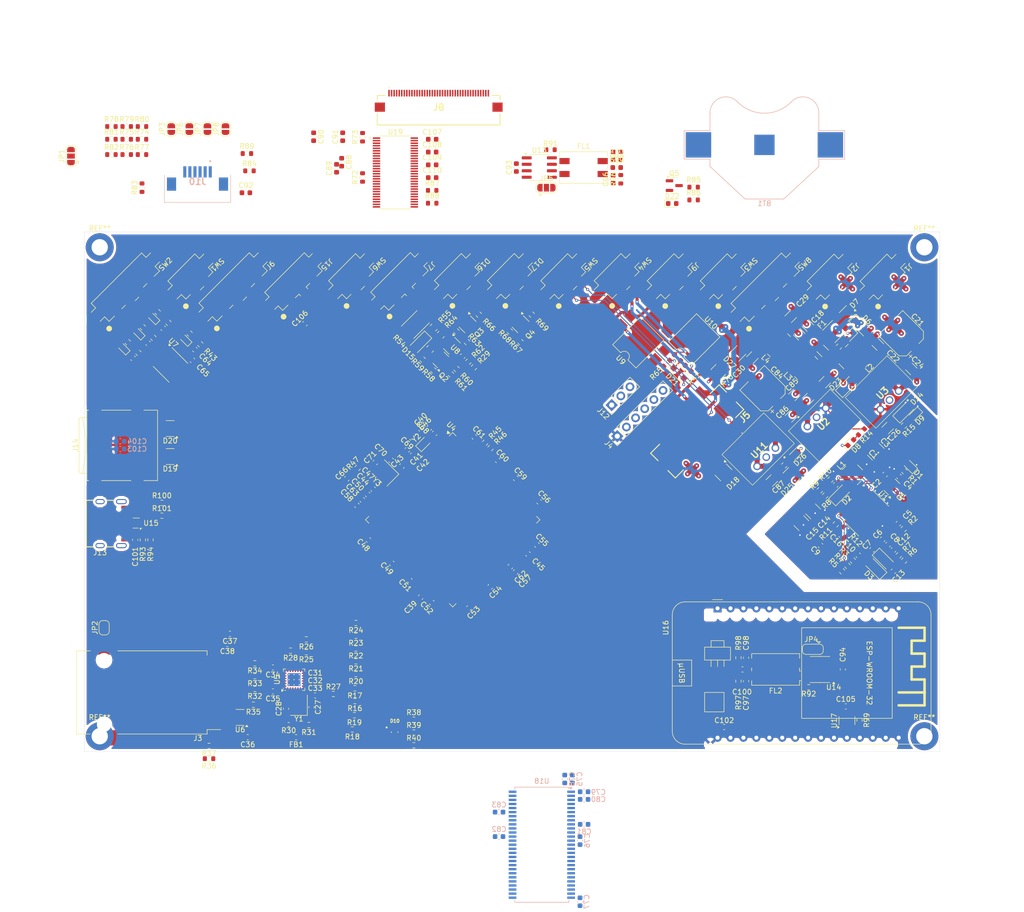
<source format=kicad_pcb>
(kicad_pcb
	(version 20241229)
	(generator "pcbnew")
	(generator_version "9.0")
	(general
		(thickness 1.6)
		(legacy_teardrops no)
	)
	(paper "A4")
	(layers
		(0 "F.Cu" signal)
		(4 "In1.Cu" power)
		(6 "In2.Cu" power)
		(2 "B.Cu" signal)
		(9 "F.Adhes" user "F.Adhesive")
		(11 "B.Adhes" user "B.Adhesive")
		(13 "F.Paste" user)
		(15 "B.Paste" user)
		(5 "F.SilkS" user "F.Silkscreen")
		(7 "B.SilkS" user "B.Silkscreen")
		(1 "F.Mask" user)
		(3 "B.Mask" user)
		(17 "Dwgs.User" user "User.Drawings")
		(19 "Cmts.User" user "User.Comments")
		(21 "Eco1.User" user "User.Eco1")
		(23 "Eco2.User" user "User.Eco2")
		(25 "Edge.Cuts" user)
		(27 "Margin" user)
		(31 "F.CrtYd" user "F.Courtyard")
		(29 "B.CrtYd" user "B.Courtyard")
		(35 "F.Fab" user)
		(33 "B.Fab" user)
		(39 "User.1" user)
		(41 "User.2" user)
		(43 "User.3" user)
		(45 "User.4" user)
		(47 "User.5" user)
		(49 "User.6" user)
		(51 "User.7" user)
		(53 "User.8" user)
		(55 "User.9" user)
	)
	(setup
		(stackup
			(layer "F.SilkS"
				(type "Top Silk Screen")
			)
			(layer "F.Paste"
				(type "Top Solder Paste")
			)
			(layer "F.Mask"
				(type "Top Solder Mask")
				(thickness 0.01)
			)
			(layer "F.Cu"
				(type "copper")
				(thickness 0.035)
			)
			(layer "dielectric 1"
				(type "prepreg")
				(thickness 0.1)
				(material "FR4")
				(epsilon_r 4.5)
				(loss_tangent 0.02)
			)
			(layer "In1.Cu"
				(type "copper")
				(thickness 0.035)
			)
			(layer "dielectric 2"
				(type "core")
				(thickness 1.24)
				(material "FR4")
				(epsilon_r 4.5)
				(loss_tangent 0.02)
			)
			(layer "In2.Cu"
				(type "copper")
				(thickness 0.035)
			)
			(layer "dielectric 3"
				(type "prepreg")
				(thickness 0.1)
				(material "FR4")
				(epsilon_r 4.5)
				(loss_tangent 0.02)
			)
			(layer "B.Cu"
				(type "copper")
				(thickness 0.035)
			)
			(layer "B.Mask"
				(type "Bottom Solder Mask")
				(thickness 0.01)
			)
			(layer "B.Paste"
				(type "Bottom Solder Paste")
			)
			(layer "B.SilkS"
				(type "Bottom Silk Screen")
			)
			(copper_finish "None")
			(dielectric_constraints no)
		)
		(pad_to_mask_clearance 0)
		(allow_soldermask_bridges_in_footprints no)
		(tenting front back)
		(pcbplotparams
			(layerselection 0x00000000_00000000_55555555_5755f5ff)
			(plot_on_all_layers_selection 0x00000000_00000000_00000000_00000000)
			(disableapertmacros no)
			(usegerberextensions no)
			(usegerberattributes yes)
			(usegerberadvancedattributes yes)
			(creategerberjobfile yes)
			(dashed_line_dash_ratio 12.000000)
			(dashed_line_gap_ratio 3.000000)
			(svgprecision 4)
			(plotframeref no)
			(mode 1)
			(useauxorigin no)
			(hpglpennumber 1)
			(hpglpenspeed 20)
			(hpglpendiameter 15.000000)
			(pdf_front_fp_property_popups yes)
			(pdf_back_fp_property_popups yes)
			(pdf_metadata yes)
			(pdf_single_document no)
			(dxfpolygonmode yes)
			(dxfimperialunits yes)
			(dxfusepcbnewfont yes)
			(psnegative no)
			(psa4output no)
			(plot_black_and_white yes)
			(sketchpadsonfab no)
			(plotpadnumbers no)
			(hidednponfab no)
			(sketchdnponfab yes)
			(crossoutdnponfab yes)
			(subtractmaskfromsilk no)
			(outputformat 1)
			(mirror no)
			(drillshape 1)
			(scaleselection 1)
			(outputdirectory "")
		)
	)
	(net 0 "")
	(net 1 "+3V3_FER")
	(net 2 "Earth")
	(net 3 "/Ethernet/LED_G")
	(net 4 "/Ethernet/LED_Y")
	(net 5 "GND")
	(net 6 "+3V3")
	(net 7 "+5V")
	(net 8 "/Power/3V3_Display")
	(net 9 "Net-(C5-Pad2)")
	(net 10 "Net-(U1-COMP)")
	(net 11 "Net-(U1-C1+)")
	(net 12 "Net-(U1-C1-)")
	(net 13 "Net-(U1-C2+)")
	(net 14 "Net-(U1-C2-)")
	(net 15 "Net-(U1-DRV)")
	(net 16 "Net-(U1-FB1)")
	(net 17 "Net-(U1-REF)")
	(net 18 "Net-(U1-VCOMIN)")
	(net 19 "+24V")
	(net 20 "Net-(U3-VI)")
	(net 21 "Net-(U2-VI)")
	(net 22 "/Peripherals/V_{ref2}")
	(net 23 "Net-(D1-A)")
	(net 24 "Net-(D15-K)")
	(net 25 "/IEC_Charging_Circuit/CP")
	(net 26 "/IEC_Charging_Circuit/PP")
	(net 27 "/Core/EV_Start_Charging")
	(net 28 "/Display/LCD_VGL")
	(net 29 "Net-(Q1-B)")
	(net 30 "Net-(Q2-G)")
	(net 31 "Net-(U1-FB3)")
	(net 32 "Net-(U1-FB2)")
	(net 33 "/IEC_Charging_Circuit/PWM_SENSE")
	(net 34 "/Core/Charging_Point_PWM")
	(net 35 "/Core/~{IMD_Error_LED}")
	(net 36 "/SDRAM/D9")
	(net 37 "/SDRAM/A11")
	(net 38 "/Core/~{AMS_Error_LED}")
	(net 39 "/SDRAM/D0")
	(net 40 "unconnected-(U4B-PC13-Pad8)")
	(net 41 "unconnected-(U4B-PD4-Pad146)")
	(net 42 "/Core/PCAP_RST")
	(net 43 "/Display/B5")
	(net 44 "unconnected-(U4B-PI8-Pad7)")
	(net 45 "/SDRAM/D14")
	(net 46 "/SDRAM/D2")
	(net 47 "/SDRAM/D4")
	(net 48 "/Core/OSC_in")
	(net 49 "/Core/SWCLK")
	(net 50 "unconnected-(U4B-PG3-Pad107)")
	(net 51 "/Display/R2")
	(net 52 "/SDRAM/A3")
	(net 53 "/SDRAM/D13")
	(net 54 "/Core/LCD_Reset")
	(net 55 "/Display/R0")
	(net 56 "/SDRAM/A2")
	(net 57 "/Display/R7")
	(net 58 "/Display/B4")
	(net 59 "/Core/AMS_Reset_in")
	(net 60 "/Core/AMS_Reset_out")
	(net 61 "/Core/SDC_out")
	(net 62 "/SDRAM/A0")
	(net 63 "unconnected-(U4B-PF8-Pad26)")
	(net 64 "/SDRAM/SDNE0")
	(net 65 "/Core/SWDIO")
	(net 66 "/SDRAM/A10")
	(net 67 "unconnected-(U4B-PC10-Pad139)")
	(net 68 "/Display/G0")
	(net 69 "/SDRAM/BA0")
	(net 70 "/Ethernet/RMII_TX_EN")
	(net 71 "/Core/NRST")
	(net 72 "/SDRAM/D12")
	(net 73 "/SDRAM/NBL0")
	(net 74 "/Display/B0")
	(net 75 "/Core/RMII_nRST")
	(net 76 "/Display/G2")
	(net 77 "/Display/R1")
	(net 78 "unconnected-(U4B-PI9-Pad11)")
	(net 79 "/SDRAM/SDNWE")
	(net 80 "/Ethernet/RMII_RXD1")
	(net 81 "/SDRAM/A9")
	(net 82 "/SDRAM/D11")
	(net 83 "unconnected-(U4B-PI6-Pad175)")
	(net 84 "/Display/DE")
	(net 85 "/Display/G3")
	(net 86 "/Display/CLK")
	(net 87 "/Peripherals/USART_RX")
	(net 88 "unconnected-(U4B-PB5-Pad163)")
	(net 89 "unconnected-(U4B-PI3-Pad134)")
	(net 90 "/Peripherals/USB_OTG_VBUS")
	(net 91 "/SDRAM/A4")
	(net 92 "/Display/B3")
	(net 93 "/Peripherals/SDMMC_D0")
	(net 94 "/SDRAM/D15")
	(net 95 "/SDRAM/D3")
	(net 96 "/Display/G4")
	(net 97 "/SDRAM/A7")
	(net 98 "/SDRAM/A12")
	(net 99 "Net-(U4F-BOOT0)")
	(net 100 "unconnected-(U4B-PD7-Pad151)")
	(net 101 "/Display/G7")
	(net 102 "/Core/LED_B")
	(net 103 "/Ethernet/RMII_MDIO")
	(net 104 "/Display/G1")
	(net 105 "/Display/R6")
	(net 106 "/SDRAM/D6")
	(net 107 "/SDRAM/A1")
	(net 108 "/SDRAM/D8")
	(net 109 "/Display/B6")
	(net 110 "/Display/R4")
	(net 111 "/Core/OSC_out")
	(net 112 "unconnected-(U4B-PA15-Pad138)")
	(net 113 "/SDRAM/A5")
	(net 114 "/Display/G6")
	(net 115 "/Peripherals/ESP_RX")
	(net 116 "unconnected-(U4B-PF9-Pad27)")
	(net 117 "/Display/G5")
	(net 118 "/Core/LED_G")
	(net 119 "/Display/R5")
	(net 120 "unconnected-(U4B-PE2-Pad1)")
	(net 121 "/Ethernet/RMII_TXD1")
	(net 122 "/SDRAM/D5")
	(net 123 "/Peripherals/SDMMC_CMD")
	(net 124 "/SDRAM/D1")
	(net 125 "Net-(U4A-VREF+)")
	(net 126 "/Display/B1")
	(net 127 "/Display/B7")
	(net 128 "unconnected-(U4B-PD11-Pad99)")
	(net 129 "/Ethernet/RMII_MDC")
	(net 130 "unconnected-(U4B-PE3-Pad2)")
	(net 131 "/Core/OSC32_in")
	(net 132 "/SDRAM/SDCLK")
	(net 133 "/Peripherals/USART_TX")
	(net 134 "unconnected-(U4B-PA10-Pad121)")
	(net 135 "/Core/LED_R")
	(net 136 "/SDRAM/SDCKE0")
	(net 137 "/Ethernet/RMII_RXD0")
	(net 138 "unconnected-(U4B-PC11-Pad140)")
	(net 139 "/Ethernet/RMII_CRS_DV")
	(net 140 "/Core/TRACESWO")
	(net 141 "/Display/HSYNC")
	(net 142 "/Ethernet/RMII_TXD0")
	(net 143 "/SDRAM/D10")
	(net 144 "/SDRAM/SDNCAS")
	(net 145 "/Display/R3")
	(net 146 "/Core/OSC32_out")
	(net 147 "/Display/VSYNC")
	(net 148 "/SDRAM/D7")
	(net 149 "unconnected-(U4B-PG9-Pad152)")
	(net 150 "/SDRAM/BA1")
	(net 151 "/SDRAM/SDNRAS")
	(net 152 "/SDRAM/A6")
	(net 153 "/SDRAM/NBL1")
	(net 154 "/Display/B2")
	(net 155 "/Ethernet/RMII_REF_CLK")
	(net 156 "/SDRAM/A8")
	(net 157 "unconnected-(U4B-PB2-Pad58)")
	(net 158 "/Ethernet/XTAL2")
	(net 159 "/Ethernet/XTAL1")
	(net 160 "/Peripherals/ESP_TX")
	(net 161 "/Peripherals/STM_CAN_TX")
	(net 162 "/Peripherals/STM_CAN_RX")
	(net 163 "/Peripherals/SDMMC_CK")
	(net 164 "/Peripherals/ESP_CAN_RX")
	(net 165 "/SDC_and_SCS/RSD_in")
	(net 166 "/SDC_and_SCS/RSD_out")
	(net 167 "/Core/CANH")
	(net 168 "/Core/CANL")
	(net 169 "/Peripherals/ESP_CAN_TX")
	(net 170 "/Display/LCD_VGH")
	(net 171 "Net-(D5-A)")
	(net 172 "Net-(D9-A)")
	(net 173 "/Core/SDC_in")
	(net 174 "Net-(Q3-G)")
	(net 175 "Net-(Q4-G)")
	(net 176 "/Core/SDC_enable")
	(net 177 "/Display/I2C_SDA")
	(net 178 "/Display/I2C_SCL")
	(net 179 "/Display/LCD_SELB")
	(net 180 "VDD")
	(net 181 "/Display/LCD_STBYB")
	(net 182 "Net-(J1-Pin_1)")
	(net 183 "/Display/LCD_U{slash}D")
	(net 184 "/Display/LCD_L{slash}R")
	(net 185 "/Display/RXIN0-")
	(net 186 "/Display/RXCLKIN+")
	(net 187 "/Display/RXIN0+")
	(net 188 "/Display/RXIN2-")
	(net 189 "/Display/RXIN1-")
	(net 190 "/Display/RXIN2+")
	(net 191 "/Display/RXIN3+")
	(net 192 "/Display/RXIN3-")
	(net 193 "/Display/RXIN1+")
	(net 194 "/Display/RXCLKIN-")
	(net 195 "Net-(J2-Pin_1)")
	(net 196 "Net-(U4F-PDR_ON)")
	(net 197 "/Peripherals/SDMMC_D1")
	(net 198 "/Peripherals/SDMMC_D2")
	(net 199 "/Peripherals/SDMMC_D3")
	(net 200 "/Core/SDC_Voltage")
	(net 201 "/Core/TSAL_Green")
	(net 202 "/Core/TS_on")
	(net 203 "/Peripherals/USB_OTG_DP")
	(net 204 "/Peripherals/USB_OTG_DN")
	(net 205 "/Peripherals/D-")
	(net 206 "/Peripherals/D+")
	(net 207 "/Core/PCAP_Int")
	(net 208 "/Display/LCD_VDD")
	(net 209 "/Core/Encoder_push")
	(net 210 "/Core/Encoder_A")
	(net 211 "/Core/Encoder_B")
	(net 212 "/Ethernet/RXN")
	(net 213 "/Ethernet/TXN")
	(net 214 "/Ethernet/RXP")
	(net 215 "/Ethernet/TXP")
	(net 216 "/Core/SDC_on")
	(net 217 "/Core/EncB_on")
	(net 218 "/Core/EncPush_on")
	(net 219 "/Core/EncA_on")
	(net 220 "Net-(D16-A)")
	(net 221 "Net-(D16-K)")
	(net 222 "Net-(D17-K)")
	(net 223 "Net-(D17-A)")
	(net 224 "/Display/LCD_AVDD")
	(net 225 "/Display/VCOM")
	(net 226 "Net-(D7-K)")
	(net 227 "unconnected-(U4B-PH9-Pad86)")
	(net 228 "unconnected-(U4B-PH6-Pad83)")
	(net 229 "unconnected-(U4B-PH7-Pad84)")
	(net 230 "Net-(D3-A)")
	(net 231 "Net-(J13-CC2)")
	(net 232 "Net-(U5-VDDCR)")
	(net 233 "Net-(C39-Pad1)")
	(net 234 "Net-(C45-Pad1)")
	(net 235 "Net-(D11-K)")
	(net 236 "Net-(D12-K)")
	(net 237 "Net-(D13-K)")
	(net 238 "Net-(D14-K)")
	(net 239 "Net-(U15-VBUS)")
	(net 240 "Net-(D2-A)")
	(net 241 "Net-(D8-A)")
	(net 242 "Net-(D10-BK)")
	(net 243 "Net-(D10-GK)")
	(net 244 "Net-(D10-RK)")
	(net 245 "Net-(D11-A)")
	(net 246 "Net-(U13-CANH)")
	(net 247 "Net-(U13-CANL)")
	(net 248 "Net-(U14-CANH)")
	(net 249 "Net-(U14-CANL)")
	(net 250 "Net-(J3-Pad11)")
	(net 251 "Net-(J3-Pad2)")
	(net 252 "unconnected-(J3-NC-Pad9)")
	(net 253 "Net-(J5-Pin_2)")
	(net 254 "Net-(J13-CC1)")
	(net 255 "unconnected-(J13-SBU2-PadB8)")
	(net 256 "unconnected-(J13-SBU1-PadA8)")
	(net 257 "Net-(Q2-D)")
	(net 258 "Net-(R29-Pad1)")
	(net 259 "Net-(J15-Pin_2)")
	(net 260 "Net-(JP4-C)")
	(net 261 "Net-(JP5-C)")
	(net 262 "Net-(R3-Pad2)")
	(net 263 "Net-(R8-Pad2)")
	(net 264 "Net-(U5-TXD0)")
	(net 265 "Net-(U5-TXD1)")
	(net 266 "Net-(U5-TXEN)")
	(net 267 "Net-(U5-RXD0{slash}MODE0)")
	(net 268 "Net-(U5-RXD1{slash}MODE1)")
	(net 269 "Net-(U5-CRS_DV{slash}MODE2)")
	(net 270 "Net-(U5-MDIO)")
	(net 271 "Net-(U5-MDC)")
	(net 272 "Net-(U5-~{INT}{slash}REFCLKO)")
	(net 273 "Net-(U5-RXER{slash}PHYAD0)")
	(net 274 "Net-(U5-RBIAS)")
	(net 275 "Net-(U8--)")
	(net 276 "Net-(R65-Pad1)")
	(net 277 "Net-(R70-Pad2)")
	(net 278 "V_{In}")
	(net 279 "Net-(R75-Pad2)")
	(net 280 "Net-(U13-Rs)")
	(net 281 "Net-(U14-Rs)")
	(net 282 "Net-(U16-D21)")
	(net 283 "unconnected-(U7-Pad12)")
	(net 284 "unconnected-(U7-Pad10)")
	(net 285 "unconnected-(U9-Pad3)")
	(net 286 "unconnected-(U10-Pad3)")
	(net 287 "unconnected-(U10-Pad5)")
	(net 288 "unconnected-(U16-D26-Pad7)")
	(net 289 "unconnected-(U16-D2-Pad27)")
	(net 290 "unconnected-(U16-VIN-Pad1)")
	(net 291 "unconnected-(U16-D34-Pad12)")
	(net 292 "unconnected-(U16-D39{slash}VN-Pad13)")
	(net 293 "unconnected-(U16-D19-Pad21)")
	(net 294 "unconnected-(U16-D36{slash}VP-Pad14)")
	(net 295 "unconnected-(U16-TX0{slash}D1-Pad18)")
	(net 296 "unconnected-(U16-D14-Pad5)")
	(net 297 "unconnected-(U16-D25-Pad8)")
	(net 298 "unconnected-(U16-D15-Pad28)")
	(net 299 "unconnected-(U16-D13-Pad3)")
	(net 300 "unconnected-(U16-D23-Pad16)")
	(net 301 "unconnected-(U16-D27-Pad6)")
	(net 302 "unconnected-(U16-EN-Pad15)")
	(net 303 "unconnected-(U16-D33-Pad9)")
	(net 304 "unconnected-(U16-D22-Pad17)")
	(net 305 "unconnected-(U16-D35-Pad11)")
	(net 306 "unconnected-(U16-D18-Pad22)")
	(net 307 "unconnected-(U16-D12-Pad4)")
	(net 308 "unconnected-(U16-D32-Pad10)")
	(net 309 "unconnected-(U16-RX0{slash}D3-Pad19)")
	(net 310 "unconnected-(U17-NC-Pad1)")
	(net 311 "Net-(BT1-+)")
	(net 312 "VBAT")
	(net 313 "Net-(D22-A)")
	(net 314 "Net-(Q5-G)")
	(net 315 "unconnected-(U18-NC-Pad40)")
	(net 316 "unconnected-(U18-NC-Pad36)")
	(net 317 "Net-(U11-VI)")
	(net 318 "Net-(D25-K)")
	(net 319 "Net-(D26-A)")
	(net 320 "+12V")
	(net 321 "unconnected-(J8-Pin_37-Pad37)")
	(net 322 "unconnected-(J8-Pin_23-Pad23)")
	(net 323 "unconnected-(J8-Pin_26-Pad26)")
	(net 324 "Net-(J8-Pin_35)")
	(net 325 "unconnected-(J8-Pin_27-Pad27)")
	(net 326 "unconnected-(J8-Pin_24-Pad24)")
	(net 327 "Net-(J8-Pin_38)")
	(net 328 "unconnected-(J8-Pin_4-Pad4)")
	(net 329 "Net-(J8-Pin_29)")
	(net 330 "Net-(J8-Pin_1)")
	(net 331 "unconnected-(J8-Pin_36-Pad36)")
	(net 332 "Net-(U19-CLKSEL)")
	(net 333 "Net-(U19-~{SHTDN})")
	(net 334 "Net-(R76-Pad2)")
	(net 335 "/Peripherals/V_{ref1}")
	(footprint "Capacitor_SMD:C_1206_3216Metric" (layer "F.Cu") (at 211.65 68.997055 -45))
	(footprint "Capacitor_SMD:C_0603_1608Metric" (layer "F.Cu") (at 211.199138 91.659104 45))
	(footprint "Package_SO:SOIC-8_3.9x4.9mm_P1.27mm" (layer "F.Cu") (at 208.1 127.9 180))
	(footprint "Resistor_SMD:R_0603_1608Metric" (layer "F.Cu") (at 107.265 121.99 180))
	(footprint "Capacitor_SMD:C_0603_1608Metric" (layer "F.Cu") (at 108.7 23.3 -90))
	(footprint "Capacitor_SMD:C_1206_3216Metric" (layer "F.Cu") (at 226.05 68.897055 -45))
	(footprint "Capacitor_SMD:C_0603_1608Metric" (layer "F.Cu") (at 84.9 67.197055 135))
	(footprint "Resistor_SMD:R_0603_1608Metric" (layer "F.Cu") (at 75 26.8))
	(footprint "Package_TO_SOT_SMD:SOT-23" (layer "F.Cu") (at 179.5 32.895))
	(footprint "Jumper:SolderJumper-2_P1.3mm_Open_RoundedPad1.0x1.5mm" (layer "F.Cu") (at 84.3 21.8 90))
	(footprint "Capacitor_SMD:C_0603_1608Metric" (layer "F.Cu") (at 212.270709 101.512049 -45))
	(footprint "Charger:ESP32-WROOM-32-DevKit-30Pin" (layer "F.Cu") (at 188 115.89 -90))
	(footprint "MountingHole:MountingHole_3.2mm_M3_ISO14580_Pad_TopBottom" (layer "F.Cu") (at 228.6 141))
	(footprint "LED_SMD:LED_0603_1608Metric" (layer "F.Cu") (at 179.1 36.41))
	(footprint "Inductor_SMD:L_Wuerth_WE-PD2-Typ-MS" (layer "F.Cu") (at 205.4 68.697055 -45))
	(footprint "Package_TO_SOT_SMD:SOT-23-3" (layer "F.Cu") (at 149.328751 60.125806 -45))
	(footprint "Resistor_SMD:R_0603_1608Metric" (layer "F.Cu") (at 97.165 131.71 180))
	(footprint "Package_DIP:SMDIP-6_W9.53mm" (layer "F.Cu") (at 172.428751 63.675806 135))
	(footprint "FaSTTUBe_connectors:Micro_Mate-N-Lok_2p_vertical" (layer "F.Cu") (at 220.4 50.8 -135))
	(footprint "Resistor_SMD:R_0603_1608Metric" (layer "F.Cu") (at 169 27.05 90))
	(footprint "Resistor_SMD:R_0603_1608Metric" (layer "F.Cu") (at 78.9025 95.19))
	(footprint "Diode_SMD:D_SOD-123" (layer "F.Cu") (at 216.2 60.547055 -45))
	(footprint "Jumper:SolderJumper-2_P1.3mm_Open_RoundedPad1.0x1.5mm" (layer "F.Cu") (at 80.75 21.8 90))
	(footprint "Package_SO:TSSOP-56_6.1x14mm_P0.5mm" (layer "F.Cu") (at 124.75 30.32))
	(footprint "Inductor_SMD:L_0603_1608Metric" (layer "F.Cu") (at 105.265 141.2 180))
	(footprint "Resistor_SMD:R_0603_1608Metric" (layer "F.Cu") (at 75.1725 102.45 -90))
	(footprint "Inductor_SMD:L_Wuerth_WE-PD2-Typ-MS" (layer "F.Cu") (at 215.35 66.297055 45))
	(footprint "LED_SMD:LED_0603_1608Metric" (layer "F.Cu") (at 213.956847 62.390208 -135))
	(footprint "Capacitor_SMD:CP_Elec_6.3x7.7" (layer "F.Cu") (at 224.35 62.247055 135))
	(footprint "Capacitor_SMD:C_0603_1608Metric" (layer "F.Cu") (at 193.600001 125.589999 90))
	(footprint "LED_SMD:LED_0603_1608Metric" (layer "F.Cu") (at 225.720709 87.912049 135))
	(footprint "Resistor_SMD:R_0603_1608Metric" (layer "F.Cu") (at 88.165 145.41 180))
	(footprint "Resistor_SMD:R_0603_1608Metric" (layer "F.Cu") (at 138.828751 63.625806 -45))
	(footprint "Capacitor_SMD:C_1210_3225Metric"
		(layer "F.Cu")
		(uuid "241203bd-9461-482a-a346-f4502e28efb3")
		(at 219.249138 84.959104 -45)
		(descr "Capacitor SMD 1210 (3225 Metric), square (rectangular) end terminal, IPC_7351 nominal, (Body size source: IPC-SM-782 page 76, https://www.pcb-3d.com/wordpress/wp-content/uploads/ipc-sm-782a_amendment_1_and_2.pdf), generated with kicad-footprint-generator")
		(tags "capacitor")
		(property "Reference" "C3"
			(at 0 -2.300001 135)
			(layer "F.SilkS")
			(uuid "c74fd182-d19a-4cfa-a6a1-98ed9244e8c8")
			(effects
				(font
					(size 1 1)
					(thickness 0.15)
				)
			)
		)
		(property "Value" "22uF"
			(at 0 2.300001 135)
			(layer "F.Fab")
			(uuid "5eb9c85a-4e2c-4a87-9ec9-a749201b7b51")
			(effects
				(font
					(size 1 1)
					(thickness 0.15)
				)
			)
		)
		(property "Datasheet" ""
			(at 0 0 315)
			(unlocked yes)
			(layer "F.Fab")
			(hide yes)
			(uuid "0acac816-90c5-446e-8313-5e03726a77cf")
			(effects
				(font
					(size 1.27 1.27)
					(thickness 0.15)
				)
			)
		)
		(property "Description" ""
			(at 0 0 315)
			(unlocked yes)
			(layer "F.Fab")
			(hide yes)
			(uuid "dfe4f6b9-1e55-46b6-b161-e87e4896d06b")
			(effects
				(font
					(size 1.27 1.27)
					(thickness 0.15)
				)
			)
		)
		(property ki_fp_filters "C_*")
		(path "/91c9895f-7dce-429f-866f-2980d966c967/1c59b83d-0227-4cba-9115-ab41eaff0620")
		(sheetname "/Power/")
		(sheetfile "Power.kicad_sch")
		(attr smd)
		(fp_line
			(start -0.711252 1.36)
			(end 0.711252 1.36)
			(stroke
				(width 0.12)
				(type solid)
			)
			(layer "F.SilkS")
			(uuid "480d1cd9-c503-4344-a797-b228ce15c5db")
		)
		(fp_line
			(start -0.711252 -1.36)
			(end 0.711252 -1.36)
			(stroke
				(width 0.12)
				(type solid)
			)
			(layer "F.SilkS")
			(uuid "ab655a74-2101-485d-bf3a-fb4b61a96f2c")
		)
		(fp_line
			(start -2.3 1.6)
			(end -2.3 -1.6)
			(stroke
				(width 0.05)
				(type solid)
			)
			(layer "F.CrtYd")
			(uuid "b0c4b440-bca5-416a-8040-af78605a1020")
		)
		(fp_line
			(start -2.3 -1.6)
			(end 2.3 -1.6)
			(stroke
				(width 0.05)
				(type solid)
			)
			(layer "F.CrtYd")
			(uuid "5f26801c-8342-4382-876b-043daceffa2a")
		)
		(fp_line
			(start 2.3 1.6)
			(end -2.3 1.6)
			(stroke
				(width 0.05)
				(type solid)
			)
			(layer "F.CrtYd")
			(uuid "464137d2-a7a6-4b6c-9ecf-3efa8263f034")
		)
		(fp_line
			(start 2.3 -1.6)
			(end 2.3 1.6)
			(stroke
				
... [2564091 chars truncated]
</source>
